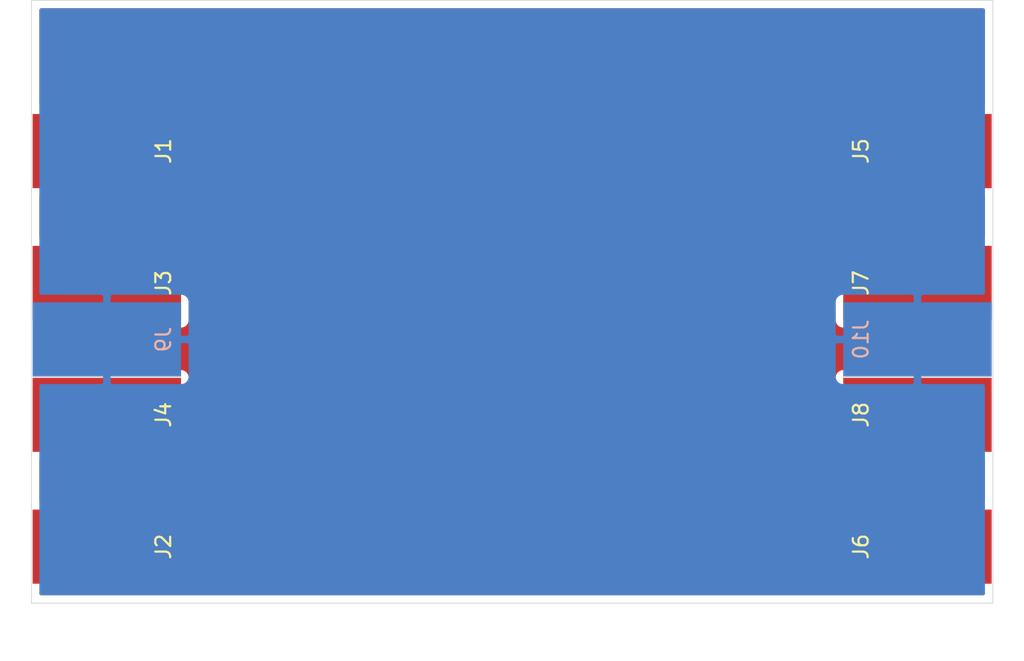
<source format=kicad_pcb>
(kicad_pcb (version 20171130) (host pcbnew "(5.1.8)-1")

  (general
    (thickness 1.6)
    (drawings 9)
    (tracks 4)
    (zones 0)
    (modules 10)
    (nets 6)
  )

  (page A4)
  (layers
    (0 F.Cu signal)
    (31 B.Cu signal)
    (33 F.Adhes user)
    (35 F.Paste user)
    (38 B.Mask user)
    (39 F.Mask user)
    (40 Dwgs.User user)
    (41 Cmts.User user)
    (42 Eco1.User user)
    (43 Eco2.User user)
    (44 Edge.Cuts user)
    (45 Margin user)
    (46 B.CrtYd user)
    (47 F.CrtYd user)
    (49 F.Fab user)
  )

  (setup
    (last_trace_width 0.25)
    (trace_clearance 0.2)
    (zone_clearance 0.508)
    (zone_45_only no)
    (trace_min 0.2)
    (via_size 0.8)
    (via_drill 0.4)
    (via_min_size 0.4)
    (via_min_drill 0.3)
    (uvia_size 0.3)
    (uvia_drill 0.1)
    (uvias_allowed no)
    (uvia_min_size 0.2)
    (uvia_min_drill 0.1)
    (edge_width 0.05)
    (segment_width 0.2)
    (pcb_text_width 0.3)
    (pcb_text_size 1.5 1.5)
    (mod_edge_width 0.12)
    (mod_text_size 1 1)
    (mod_text_width 0.15)
    (pad_size 5 10)
    (pad_drill 0)
    (pad_to_mask_clearance 0)
    (aux_axis_origin 0 0)
    (visible_elements FFFFFF7F)
    (pcbplotparams
      (layerselection 0x010fc_ffffffff)
      (usegerberextensions false)
      (usegerberattributes true)
      (usegerberadvancedattributes true)
      (creategerberjobfile true)
      (excludeedgelayer true)
      (linewidth 0.100000)
      (plotframeref false)
      (viasonmask false)
      (mode 1)
      (useauxorigin false)
      (hpglpennumber 1)
      (hpglpenspeed 20)
      (hpglpendiameter 15.000000)
      (psnegative false)
      (psa4output false)
      (plotreference true)
      (plotvalue true)
      (plotinvisibletext false)
      (padsonsilk false)
      (subtractmaskfromsilk false)
      (outputformat 1)
      (mirror false)
      (drillshape 1)
      (scaleselection 1)
      (outputdirectory ""))
  )

  (net 0 "")
  (net 1 "Net-(J1-Pad1)")
  (net 2 "Net-(J2-Pad1)")
  (net 3 "Net-(J3-Pad1)")
  (net 4 "Net-(J4-Pad1)")
  (net 5 "Net-(J10-Pad1)")

  (net_class Default "This is the default net class."
    (clearance 0.2)
    (trace_width 0.25)
    (via_dia 0.8)
    (via_drill 0.4)
    (uvia_dia 0.3)
    (uvia_drill 0.1)
    (add_net "Net-(J1-Pad1)")
    (add_net "Net-(J10-Pad1)")
    (add_net "Net-(J2-Pad1)")
    (add_net "Net-(J3-Pad1)")
    (add_net "Net-(J4-Pad1)")
  )

  (module Connector_Wire:SolderWirePad_1x01_SMD_5x10mm (layer B.Cu) (tedit 60A413D8) (tstamp 60A420C6)
    (at 195.58 63.5 270)
    (descr "Wire Pad, Square, SMD Pad,  5mm x 10mm,")
    (tags "MesurementPoint Square SMDPad 5mmx10mm ")
    (path /60A4B74C)
    (fp_text reference J10 (at 0 3.81 270) (layer B.SilkS)
      (effects (font (size 1 1) (thickness 0.15)) (justify mirror))
    )
    (fp_text value Conn_01x01_Female (at 0 -6.35 270) (layer B.Fab)
      (effects (font (size 1 1) (thickness 0.15)) (justify mirror))
    )
    (fp_text user %R (at 0 0 270) (layer B.Fab)
      (effects (font (size 1 1) (thickness 0.15)) (justify mirror))
    )
    (fp_line (start 2.75 5.25) (end -2.75 5.25) (layer B.CrtYd) (width 0.05))
    (fp_line (start 2.75 -5.25) (end 2.75 5.25) (layer B.CrtYd) (width 0.05))
    (fp_line (start -2.75 -5.25) (end 2.75 -5.25) (layer B.CrtYd) (width 0.05))
    (fp_line (start -2.75 5.25) (end -2.75 -5.25) (layer B.CrtYd) (width 0.05))
    (pad 1 smd rect (at 0 0 270) (size 5 10) (layers B.Cu B.Paste B.Mask)
      (net 5 "Net-(J10-Pad1)"))
  )

  (module Connector_Wire:SolderWirePad_1x01_SMD_5x10mm (layer B.Cu) (tedit 60A413E5) (tstamp 60A420BC)
    (at 140.97 63.5 90)
    (descr "Wire Pad, Square, SMD Pad,  5mm x 10mm,")
    (tags "MesurementPoint Square SMDPad 5mmx10mm ")
    (path /60A4B752)
    (fp_text reference J9 (at 0 3.81 -90) (layer B.SilkS)
      (effects (font (size 1 1) (thickness 0.15)) (justify mirror))
    )
    (fp_text value Conn_01x01_Female (at 0 -6.35 -90) (layer B.Fab)
      (effects (font (size 1 1) (thickness 0.15)) (justify mirror))
    )
    (fp_text user %R (at 0 0 -90) (layer B.Fab)
      (effects (font (size 1 1) (thickness 0.15)) (justify mirror))
    )
    (fp_line (start 2.75 5.25) (end -2.75 5.25) (layer B.CrtYd) (width 0.05))
    (fp_line (start 2.75 -5.25) (end 2.75 5.25) (layer B.CrtYd) (width 0.05))
    (fp_line (start -2.75 -5.25) (end 2.75 -5.25) (layer B.CrtYd) (width 0.05))
    (fp_line (start -2.75 5.25) (end -2.75 -5.25) (layer B.CrtYd) (width 0.05))
    (pad 1 smd rect (at 0 0 90) (size 5 10) (layers B.Cu B.Paste B.Mask)
      (net 5 "Net-(J10-Pad1)"))
  )

  (module Connector_Wire:SolderWirePad_1x01_SMD_5x10mm (layer F.Cu) (tedit 5640A485) (tstamp 60A41B61)
    (at 195.58 68.58 90)
    (descr "Wire Pad, Square, SMD Pad,  5mm x 10mm,")
    (tags "MesurementPoint Square SMDPad 5mmx10mm ")
    (path /60A44943)
    (fp_text reference J8 (at 0 -3.81 90) (layer F.SilkS)
      (effects (font (size 1 1) (thickness 0.15)))
    )
    (fp_text value Conn_01x01_Female (at 0 6.35 90) (layer F.Fab)
      (effects (font (size 1 1) (thickness 0.15)))
    )
    (fp_text user %R (at 0 0 90) (layer F.Fab)
      (effects (font (size 1 1) (thickness 0.15)))
    )
    (fp_line (start 2.75 -5.25) (end -2.75 -5.25) (layer F.CrtYd) (width 0.05))
    (fp_line (start 2.75 5.25) (end 2.75 -5.25) (layer F.CrtYd) (width 0.05))
    (fp_line (start -2.75 5.25) (end 2.75 5.25) (layer F.CrtYd) (width 0.05))
    (fp_line (start -2.75 -5.25) (end -2.75 5.25) (layer F.CrtYd) (width 0.05))
    (pad 1 smd rect (at 0 0 90) (size 5 10) (layers F.Cu F.Paste F.Mask)
      (net 4 "Net-(J4-Pad1)"))
  )

  (module Connector_Wire:SolderWirePad_1x01_SMD_5x10mm (layer F.Cu) (tedit 5640A485) (tstamp 60A41B57)
    (at 195.58 59.69 90)
    (descr "Wire Pad, Square, SMD Pad,  5mm x 10mm,")
    (tags "MesurementPoint Square SMDPad 5mmx10mm ")
    (path /60A442B7)
    (attr smd virtual)
    (fp_text reference J7 (at 0 -3.81 90) (layer F.SilkS)
      (effects (font (size 1 1) (thickness 0.15)))
    )
    (fp_text value Conn_01x01_Female (at 0 6.35 90) (layer F.Fab)
      (effects (font (size 1 1) (thickness 0.15)))
    )
    (fp_text user %R (at 0 0 90) (layer F.Fab)
      (effects (font (size 1 1) (thickness 0.15)))
    )
    (fp_line (start 2.75 -5.25) (end -2.75 -5.25) (layer F.CrtYd) (width 0.05))
    (fp_line (start 2.75 5.25) (end 2.75 -5.25) (layer F.CrtYd) (width 0.05))
    (fp_line (start -2.75 5.25) (end 2.75 5.25) (layer F.CrtYd) (width 0.05))
    (fp_line (start -2.75 -5.25) (end -2.75 5.25) (layer F.CrtYd) (width 0.05))
    (pad 1 smd rect (at 0 0 90) (size 5 10) (layers F.Cu F.Paste F.Mask)
      (net 3 "Net-(J3-Pad1)"))
  )

  (module Connector_Wire:SolderWirePad_1x01_SMD_5x10mm (layer F.Cu) (tedit 5640A485) (tstamp 60A41B4D)
    (at 195.58 77.47 90)
    (descr "Wire Pad, Square, SMD Pad,  5mm x 10mm,")
    (tags "MesurementPoint Square SMDPad 5mmx10mm ")
    (path /60A43FD9)
    (attr smd virtual)
    (fp_text reference J6 (at 0 -3.81 90) (layer F.SilkS)
      (effects (font (size 1 1) (thickness 0.15)))
    )
    (fp_text value Conn_01x01_Female (at 0 6.35 90) (layer F.Fab)
      (effects (font (size 1 1) (thickness 0.15)))
    )
    (fp_text user %R (at 0 0 90) (layer F.Fab)
      (effects (font (size 1 1) (thickness 0.15)))
    )
    (fp_line (start 2.75 -5.25) (end -2.75 -5.25) (layer F.CrtYd) (width 0.05))
    (fp_line (start 2.75 5.25) (end 2.75 -5.25) (layer F.CrtYd) (width 0.05))
    (fp_line (start -2.75 5.25) (end 2.75 5.25) (layer F.CrtYd) (width 0.05))
    (fp_line (start -2.75 -5.25) (end -2.75 5.25) (layer F.CrtYd) (width 0.05))
    (pad 1 smd rect (at 0 0 90) (size 5 10) (layers F.Cu F.Paste F.Mask)
      (net 2 "Net-(J2-Pad1)"))
  )

  (module Connector_Wire:SolderWirePad_1x01_SMD_5x10mm (layer F.Cu) (tedit 5640A485) (tstamp 60A41B43)
    (at 195.58 50.8 90)
    (descr "Wire Pad, Square, SMD Pad,  5mm x 10mm,")
    (tags "MesurementPoint Square SMDPad 5mmx10mm ")
    (path /60A43A7E)
    (attr smd virtual)
    (fp_text reference J5 (at 0 -3.81 90) (layer F.SilkS)
      (effects (font (size 1 1) (thickness 0.15)))
    )
    (fp_text value Conn_01x01_Female (at 0 6.35 90) (layer F.Fab)
      (effects (font (size 1 1) (thickness 0.15)))
    )
    (fp_text user %R (at 0 0 90) (layer F.Fab)
      (effects (font (size 1 1) (thickness 0.15)))
    )
    (fp_line (start 2.75 -5.25) (end -2.75 -5.25) (layer F.CrtYd) (width 0.05))
    (fp_line (start 2.75 5.25) (end 2.75 -5.25) (layer F.CrtYd) (width 0.05))
    (fp_line (start -2.75 5.25) (end 2.75 5.25) (layer F.CrtYd) (width 0.05))
    (fp_line (start -2.75 -5.25) (end -2.75 5.25) (layer F.CrtYd) (width 0.05))
    (pad 1 smd rect (at 0 0 90) (size 5 10) (layers F.Cu F.Paste F.Mask)
      (net 1 "Net-(J1-Pad1)"))
  )

  (module Connector_Wire:SolderWirePad_1x01_SMD_5x10mm (layer F.Cu) (tedit 5640A485) (tstamp 60A41B39)
    (at 140.97 68.58 270)
    (descr "Wire Pad, Square, SMD Pad,  5mm x 10mm,")
    (tags "MesurementPoint Square SMDPad 5mmx10mm ")
    (path /60A454B2)
    (attr smd virtual)
    (fp_text reference J4 (at 0 -3.81 90) (layer F.SilkS)
      (effects (font (size 1 1) (thickness 0.15)))
    )
    (fp_text value Conn_01x01_Female (at 0 6.35 90) (layer F.Fab)
      (effects (font (size 1 1) (thickness 0.15)))
    )
    (fp_text user %R (at 0 0 90) (layer F.Fab)
      (effects (font (size 1 1) (thickness 0.15)))
    )
    (fp_line (start 2.75 -5.25) (end -2.75 -5.25) (layer F.CrtYd) (width 0.05))
    (fp_line (start 2.75 5.25) (end 2.75 -5.25) (layer F.CrtYd) (width 0.05))
    (fp_line (start -2.75 5.25) (end 2.75 5.25) (layer F.CrtYd) (width 0.05))
    (fp_line (start -2.75 -5.25) (end -2.75 5.25) (layer F.CrtYd) (width 0.05))
    (pad 1 smd rect (at 0 0 270) (size 5 10) (layers F.Cu F.Paste F.Mask)
      (net 4 "Net-(J4-Pad1)"))
  )

  (module Connector_Wire:SolderWirePad_1x01_SMD_5x10mm (layer F.Cu) (tedit 5640A485) (tstamp 60A41B2F)
    (at 140.97 59.69 270)
    (descr "Wire Pad, Square, SMD Pad,  5mm x 10mm,")
    (tags "MesurementPoint Square SMDPad 5mmx10mm ")
    (path /60A45947)
    (attr smd virtual)
    (fp_text reference J3 (at 0 -3.81 90) (layer F.SilkS)
      (effects (font (size 1 1) (thickness 0.15)))
    )
    (fp_text value Conn_01x01_Female (at 0 6.35 90) (layer F.Fab)
      (effects (font (size 1 1) (thickness 0.15)))
    )
    (fp_text user %R (at 0 0 90) (layer F.Fab)
      (effects (font (size 1 1) (thickness 0.15)))
    )
    (fp_line (start 2.75 -5.25) (end -2.75 -5.25) (layer F.CrtYd) (width 0.05))
    (fp_line (start 2.75 5.25) (end 2.75 -5.25) (layer F.CrtYd) (width 0.05))
    (fp_line (start -2.75 5.25) (end 2.75 5.25) (layer F.CrtYd) (width 0.05))
    (fp_line (start -2.75 -5.25) (end -2.75 5.25) (layer F.CrtYd) (width 0.05))
    (pad 1 smd rect (at 0 0 270) (size 5 10) (layers F.Cu F.Paste F.Mask)
      (net 3 "Net-(J3-Pad1)"))
  )

  (module Connector_Wire:SolderWirePad_1x01_SMD_5x10mm (layer F.Cu) (tedit 5640A485) (tstamp 60A41B25)
    (at 140.97 77.47 270)
    (descr "Wire Pad, Square, SMD Pad,  5mm x 10mm,")
    (tags "MesurementPoint Square SMDPad 5mmx10mm ")
    (path /60A45191)
    (attr smd virtual)
    (fp_text reference J2 (at 0 -3.81 90) (layer F.SilkS)
      (effects (font (size 1 1) (thickness 0.15)))
    )
    (fp_text value Conn_01x01_Female (at 0 6.35 90) (layer F.Fab)
      (effects (font (size 1 1) (thickness 0.15)))
    )
    (fp_text user %R (at 0 0 90) (layer F.Fab)
      (effects (font (size 1 1) (thickness 0.15)))
    )
    (fp_line (start 2.75 -5.25) (end -2.75 -5.25) (layer F.CrtYd) (width 0.05))
    (fp_line (start 2.75 5.25) (end 2.75 -5.25) (layer F.CrtYd) (width 0.05))
    (fp_line (start -2.75 5.25) (end 2.75 5.25) (layer F.CrtYd) (width 0.05))
    (fp_line (start -2.75 -5.25) (end -2.75 5.25) (layer F.CrtYd) (width 0.05))
    (pad 1 smd rect (at 0 0 270) (size 5 10) (layers F.Cu F.Paste F.Mask)
      (net 2 "Net-(J2-Pad1)"))
  )

  (module Connector_Wire:SolderWirePad_1x01_SMD_5x10mm (layer F.Cu) (tedit 5640A485) (tstamp 60A41B1B)
    (at 140.97 50.8 270)
    (descr "Wire Pad, Square, SMD Pad,  5mm x 10mm,")
    (tags "MesurementPoint Square SMDPad 5mmx10mm ")
    (path /60A44CB4)
    (attr smd virtual)
    (fp_text reference J1 (at 0 -3.81 90) (layer F.SilkS)
      (effects (font (size 1 1) (thickness 0.15)))
    )
    (fp_text value Conn_01x01_Female (at 0 6.35 90) (layer F.Fab)
      (effects (font (size 1 1) (thickness 0.15)))
    )
    (fp_text user %R (at 0 0 90) (layer F.Fab)
      (effects (font (size 1 1) (thickness 0.15)))
    )
    (fp_line (start 2.75 -5.25) (end -2.75 -5.25) (layer F.CrtYd) (width 0.05))
    (fp_line (start 2.75 5.25) (end 2.75 -5.25) (layer F.CrtYd) (width 0.05))
    (fp_line (start -2.75 5.25) (end 2.75 5.25) (layer F.CrtYd) (width 0.05))
    (fp_line (start -2.75 -5.25) (end -2.75 5.25) (layer F.CrtYd) (width 0.05))
    (pad 1 smd rect (at 0 0 270) (size 5 10) (layers F.Cu F.Paste F.Mask)
      (net 1 "Net-(J1-Pad1)"))
  )

  (gr_line (start 200.66 81.28) (end 200.66 40.64) (layer Edge.Cuts) (width 0.05) (tstamp 60A41E5E))
  (gr_line (start 135.89 81.28) (end 200.66 81.28) (layer Edge.Cuts) (width 0.05))
  (gr_line (start 135.89 40.64) (end 135.89 81.28) (layer Edge.Cuts) (width 0.05))
  (gr_line (start 200.66 40.64) (end 135.89 40.64) (layer Edge.Cuts) (width 0.05))
  (gr_text 35um (at 142.24 44.45) (layer F.Cu) (tstamp 60A41E35)
    (effects (font (size 1.5 1.5) (thickness 0.3)))
  )
  (gr_text 3mm (at 168.91 73.66) (layer F.Cu) (tstamp 60A41E35)
    (effects (font (size 1.5 1.5) (thickness 0.3)))
  )
  (gr_text 2mm (at 168.91 64.77) (layer F.Cu) (tstamp 60A41E35)
    (effects (font (size 1.5 1.5) (thickness 0.3)))
  )
  (gr_text 1mm (at 168.91 55.88) (layer F.Cu) (tstamp 60A41E35)
    (effects (font (size 1.5 1.5) (thickness 0.3)))
  )
  (gr_text 0.5mm (at 168.91 46.99) (layer F.Cu)
    (effects (font (size 1.5 1.5) (thickness 0.3)))
  )

  (segment (start 140.97 50.8) (end 195.58 50.8) (width 0.5) (layer F.Cu) (net 1))
  (segment (start 140.97 77.47) (end 195.58 77.47) (width 3) (layer F.Cu) (net 2))
  (segment (start 140.97 59.69) (end 195.58 59.69) (width 1) (layer F.Cu) (net 3))
  (segment (start 140.97 68.58) (end 195.58 68.58) (width 2) (layer F.Cu) (net 4))

  (zone (net 0) (net_name "") (layer F.Cu) (tstamp 0) (hatch edge 0.508)
    (connect_pads (clearance 0.508))
    (min_thickness 0.254)
    (fill yes (arc_segments 32) (thermal_gap 0.508) (thermal_bridge_width 0.508))
    (polygon
      (pts
        (xy 200.66 81.28) (xy 135.89 81.28) (xy 135.89 40.64) (xy 200.66 40.64)
      )
    )
    (filled_polygon
      (pts
        (xy 189.941928 79.97) (xy 189.954188 80.094482) (xy 189.990498 80.21418) (xy 190.049463 80.324494) (xy 190.128815 80.421185)
        (xy 190.225506 80.500537) (xy 190.33582 80.559502) (xy 190.455518 80.595812) (xy 190.58 80.608072) (xy 200 80.608072)
        (xy 200 80.62) (xy 136.55 80.62) (xy 136.55 80.608072) (xy 145.97 80.608072) (xy 146.094482 80.595812)
        (xy 146.21418 80.559502) (xy 146.324494 80.500537) (xy 146.421185 80.421185) (xy 146.500537 80.324494) (xy 146.559502 80.21418)
        (xy 146.595812 80.094482) (xy 146.608072 79.97) (xy 146.608072 79.605) (xy 189.941928 79.605)
      )
    )
    (filled_polygon
      (pts
        (xy 189.941928 71.08) (xy 189.954188 71.204482) (xy 189.990498 71.32418) (xy 190.049463 71.434494) (xy 190.128815 71.531185)
        (xy 190.225506 71.610537) (xy 190.33582 71.669502) (xy 190.455518 71.705812) (xy 190.58 71.718072) (xy 200 71.718072)
        (xy 200 74.331928) (xy 190.58 74.331928) (xy 190.455518 74.344188) (xy 190.33582 74.380498) (xy 190.225506 74.439463)
        (xy 190.128815 74.518815) (xy 190.049463 74.615506) (xy 189.990498 74.72582) (xy 189.954188 74.845518) (xy 189.941928 74.97)
        (xy 189.941928 75.335) (xy 172.409286 75.335) (xy 172.409286 71.87) (xy 165.410715 71.87) (xy 165.410715 75.335)
        (xy 146.608072 75.335) (xy 146.608072 74.97) (xy 146.595812 74.845518) (xy 146.559502 74.72582) (xy 146.500537 74.615506)
        (xy 146.421185 74.518815) (xy 146.324494 74.439463) (xy 146.21418 74.380498) (xy 146.094482 74.344188) (xy 145.97 74.331928)
        (xy 136.55 74.331928) (xy 136.55 71.718072) (xy 145.97 71.718072) (xy 146.094482 71.705812) (xy 146.21418 71.669502)
        (xy 146.324494 71.610537) (xy 146.421185 71.531185) (xy 146.500537 71.434494) (xy 146.559502 71.32418) (xy 146.595812 71.204482)
        (xy 146.608072 71.08) (xy 146.608072 70.215) (xy 189.941928 70.215)
      )
    )
    (filled_polygon
      (pts
        (xy 189.941928 62.19) (xy 189.954188 62.314482) (xy 189.990498 62.43418) (xy 190.049463 62.544494) (xy 190.128815 62.641185)
        (xy 190.225506 62.720537) (xy 190.33582 62.779502) (xy 190.455518 62.815812) (xy 190.58 62.828072) (xy 200 62.828072)
        (xy 200 65.441928) (xy 190.58 65.441928) (xy 190.455518 65.454188) (xy 190.33582 65.490498) (xy 190.225506 65.549463)
        (xy 190.128815 65.628815) (xy 190.049463 65.725506) (xy 189.990498 65.83582) (xy 189.954188 65.955518) (xy 189.941928 66.08)
        (xy 189.941928 66.945) (xy 146.608072 66.945) (xy 146.608072 66.08) (xy 146.595812 65.955518) (xy 146.559502 65.83582)
        (xy 146.500537 65.725506) (xy 146.421185 65.628815) (xy 146.324494 65.549463) (xy 146.21418 65.490498) (xy 146.094482 65.454188)
        (xy 145.97 65.441928) (xy 136.55 65.441928) (xy 136.55 62.98) (xy 165.410715 62.98) (xy 165.410715 66.8)
        (xy 172.409286 66.8) (xy 172.409286 62.98) (xy 165.410715 62.98) (xy 136.55 62.98) (xy 136.55 62.828072)
        (xy 145.97 62.828072) (xy 146.094482 62.815812) (xy 146.21418 62.779502) (xy 146.324494 62.720537) (xy 146.421185 62.641185)
        (xy 146.500537 62.544494) (xy 146.559502 62.43418) (xy 146.595812 62.314482) (xy 146.608072 62.19) (xy 146.608072 60.825)
        (xy 189.941928 60.825)
      )
    )
    (filled_polygon
      (pts
        (xy 189.941928 53.3) (xy 189.954188 53.424482) (xy 189.990498 53.54418) (xy 190.049463 53.654494) (xy 190.128815 53.751185)
        (xy 190.225506 53.830537) (xy 190.33582 53.889502) (xy 190.455518 53.925812) (xy 190.58 53.938072) (xy 200.000001 53.938072)
        (xy 200.000001 56.551928) (xy 190.58 56.551928) (xy 190.455518 56.564188) (xy 190.33582 56.600498) (xy 190.225506 56.659463)
        (xy 190.128815 56.738815) (xy 190.049463 56.835506) (xy 189.990498 56.94582) (xy 189.954188 57.065518) (xy 189.941928 57.19)
        (xy 189.941928 58.555) (xy 146.608072 58.555) (xy 146.608072 57.19) (xy 146.595812 57.065518) (xy 146.559502 56.94582)
        (xy 146.500537 56.835506) (xy 146.421185 56.738815) (xy 146.324494 56.659463) (xy 146.21418 56.600498) (xy 146.094482 56.564188)
        (xy 145.97 56.551928) (xy 136.55 56.551928) (xy 136.55 54.09) (xy 165.410715 54.09) (xy 165.410715 57.91)
        (xy 172.409286 57.91) (xy 172.409286 54.09) (xy 165.410715 54.09) (xy 136.55 54.09) (xy 136.55 53.938072)
        (xy 145.97 53.938072) (xy 146.094482 53.925812) (xy 146.21418 53.889502) (xy 146.324494 53.830537) (xy 146.421185 53.751185)
        (xy 146.500537 53.654494) (xy 146.559502 53.54418) (xy 146.595812 53.424482) (xy 146.608072 53.3) (xy 146.608072 51.685)
        (xy 189.941928 51.685)
      )
    )
    (filled_polygon
      (pts
        (xy 200.000001 47.661928) (xy 190.58 47.661928) (xy 190.455518 47.674188) (xy 190.33582 47.710498) (xy 190.225506 47.769463)
        (xy 190.128815 47.848815) (xy 190.049463 47.945506) (xy 189.990498 48.05582) (xy 189.954188 48.175518) (xy 189.941928 48.3)
        (xy 189.941928 49.915) (xy 146.608072 49.915) (xy 146.608072 48.3) (xy 146.595812 48.175518) (xy 146.559502 48.05582)
        (xy 146.500537 47.945506) (xy 146.421185 47.848815) (xy 146.324494 47.769463) (xy 146.21418 47.710498) (xy 146.094482 47.674188)
        (xy 145.97 47.661928) (xy 136.55 47.661928) (xy 136.55 42.66) (xy 138.347857 42.66) (xy 138.347857 46.48)
        (xy 146.132143 46.48) (xy 146.132143 45.2) (xy 164.339286 45.2) (xy 164.339286 49.02) (xy 173.480715 49.02)
        (xy 173.480715 45.2) (xy 164.339286 45.2) (xy 146.132143 45.2) (xy 146.132143 42.66) (xy 138.347857 42.66)
        (xy 136.55 42.66) (xy 136.55 41.3) (xy 200.000001 41.3)
      )
    )
  )
  (zone (net 5) (net_name "Net-(J10-Pad1)") (layer B.Cu) (tstamp 0) (hatch edge 0.508)
    (connect_pads (clearance 0.508))
    (min_thickness 0.254)
    (fill yes (arc_segments 32) (thermal_gap 0.508) (thermal_bridge_width 0.508))
    (polygon
      (pts
        (xy 200.66 81.28) (xy 135.89 81.28) (xy 135.89 40.64) (xy 200.66 40.64)
      )
    )
    (filled_polygon
      (pts
        (xy 200.000001 60.362306) (xy 195.86575 60.365) (xy 195.707 60.52375) (xy 195.707 63.373) (xy 195.727 63.373)
        (xy 195.727 63.627) (xy 195.707 63.627) (xy 195.707 66.47625) (xy 195.86575 66.635) (xy 200 66.637694)
        (xy 200 80.62) (xy 136.55 80.62) (xy 136.55 66.637694) (xy 140.68425 66.635) (xy 140.843 66.47625)
        (xy 140.843 63.627) (xy 141.097 63.627) (xy 141.097 66.47625) (xy 141.25575 66.635) (xy 145.97 66.638072)
        (xy 146.094482 66.625812) (xy 146.21418 66.589502) (xy 146.324494 66.530537) (xy 146.421185 66.451185) (xy 146.500537 66.354494)
        (xy 146.559502 66.24418) (xy 146.595812 66.124482) (xy 146.608072 66) (xy 189.941928 66) (xy 189.954188 66.124482)
        (xy 189.990498 66.24418) (xy 190.049463 66.354494) (xy 190.128815 66.451185) (xy 190.225506 66.530537) (xy 190.33582 66.589502)
        (xy 190.455518 66.625812) (xy 190.58 66.638072) (xy 195.29425 66.635) (xy 195.453 66.47625) (xy 195.453 63.627)
        (xy 190.10375 63.627) (xy 189.945 63.78575) (xy 189.941928 66) (xy 146.608072 66) (xy 146.605 63.78575)
        (xy 146.44625 63.627) (xy 141.097 63.627) (xy 140.843 63.627) (xy 140.823 63.627) (xy 140.823 63.373)
        (xy 140.843 63.373) (xy 140.843 60.52375) (xy 141.097 60.52375) (xy 141.097 63.373) (xy 146.44625 63.373)
        (xy 146.605 63.21425) (xy 146.608072 61) (xy 189.941928 61) (xy 189.945 63.21425) (xy 190.10375 63.373)
        (xy 195.453 63.373) (xy 195.453 60.52375) (xy 195.29425 60.365) (xy 190.58 60.361928) (xy 190.455518 60.374188)
        (xy 190.33582 60.410498) (xy 190.225506 60.469463) (xy 190.128815 60.548815) (xy 190.049463 60.645506) (xy 189.990498 60.75582)
        (xy 189.954188 60.875518) (xy 189.941928 61) (xy 146.608072 61) (xy 146.595812 60.875518) (xy 146.559502 60.75582)
        (xy 146.500537 60.645506) (xy 146.421185 60.548815) (xy 146.324494 60.469463) (xy 146.21418 60.410498) (xy 146.094482 60.374188)
        (xy 145.97 60.361928) (xy 141.25575 60.365) (xy 141.097 60.52375) (xy 140.843 60.52375) (xy 140.68425 60.365)
        (xy 136.55 60.362306) (xy 136.55 41.3) (xy 200.000001 41.3)
      )
    )
  )
)

</source>
